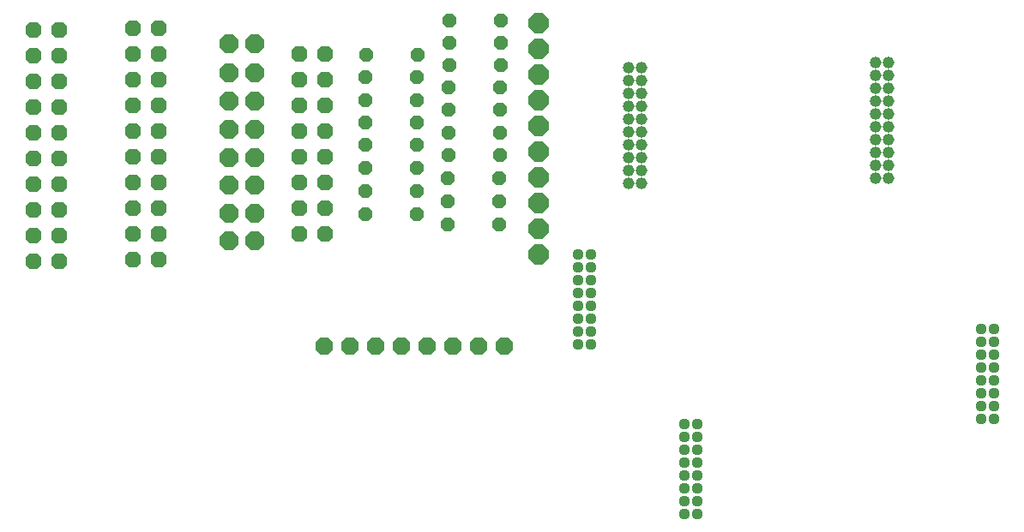
<source format=gbr>
G04 EAGLE Gerber RS-274X export*
G75*
%MOMM*%
%FSLAX34Y34*%
%LPD*%
%INSoldermask Bottom*%
%IPPOS*%
%AMOC8*
5,1,8,0,0,1.08239X$1,22.5*%
G01*
%ADD10C,1.178200*%
%ADD11C,1.117600*%
%ADD12P,1.704548X8X112.500000*%
%ADD13P,2.144431X8X22.500000*%
%ADD14P,1.539592X8X202.500000*%
%ADD15P,1.951982X8X22.500000*%
%ADD16P,1.843527X8X22.500000*%


D10*
X-40894Y683514D03*
X-40894Y670814D03*
X-40894Y658114D03*
X-40894Y645414D03*
X-40894Y632714D03*
X-40894Y620014D03*
X-40894Y607314D03*
X-40894Y594614D03*
X-40894Y581914D03*
X-40894Y569214D03*
X-53594Y569214D03*
X-53594Y581914D03*
X-53594Y594614D03*
X-53594Y607314D03*
X-53594Y620014D03*
X-53594Y632714D03*
X-53594Y645414D03*
X-53594Y658114D03*
X-53594Y670814D03*
X-53594Y683514D03*
X-284734Y678434D03*
X-284734Y665734D03*
X-284734Y653034D03*
X-284734Y640334D03*
X-284734Y627634D03*
X-284734Y614934D03*
X-284734Y602234D03*
X-284734Y589534D03*
X-284734Y576834D03*
X-284734Y564134D03*
X-297434Y564134D03*
X-297434Y576834D03*
X-297434Y589534D03*
X-297434Y602234D03*
X-297434Y614934D03*
X-297434Y627634D03*
X-297434Y640334D03*
X-297434Y653034D03*
X-297434Y665734D03*
X-297434Y678434D03*
D11*
X51054Y331216D03*
X63754Y331216D03*
X51054Y343916D03*
X63754Y343916D03*
X51054Y356616D03*
X63754Y356616D03*
X51054Y369316D03*
X63754Y369316D03*
X51054Y382016D03*
X63754Y382016D03*
X51054Y394716D03*
X63754Y394716D03*
X51054Y407416D03*
X63754Y407416D03*
X51054Y420116D03*
X63754Y420116D03*
D12*
X-786638Y488442D03*
X-761238Y488442D03*
X-786638Y513842D03*
X-761238Y513842D03*
X-786638Y539242D03*
X-761238Y539242D03*
X-786638Y564642D03*
X-761238Y564642D03*
X-786638Y590042D03*
X-761238Y590042D03*
X-786638Y615442D03*
X-761238Y615442D03*
X-786638Y640842D03*
X-761238Y640842D03*
X-786638Y666242D03*
X-761238Y666242D03*
X-786638Y691642D03*
X-761238Y691642D03*
X-786638Y717042D03*
X-761238Y717042D03*
X-885190Y486918D03*
X-859790Y486918D03*
X-885190Y512318D03*
X-859790Y512318D03*
X-885190Y537718D03*
X-859790Y537718D03*
X-885190Y563118D03*
X-859790Y563118D03*
X-885190Y588518D03*
X-859790Y588518D03*
X-885190Y613918D03*
X-859790Y613918D03*
X-885190Y639318D03*
X-859790Y639318D03*
X-885190Y664718D03*
X-859790Y664718D03*
X-885190Y690118D03*
X-859790Y690118D03*
X-885190Y715518D03*
X-859790Y715518D03*
X-596900Y514096D03*
X-622300Y514096D03*
X-596900Y539496D03*
X-622300Y539496D03*
X-596900Y564896D03*
X-622300Y564896D03*
X-596900Y590296D03*
X-622300Y590296D03*
X-596900Y615696D03*
X-622300Y615696D03*
X-596900Y641096D03*
X-622300Y641096D03*
X-596900Y666496D03*
X-622300Y666496D03*
X-596900Y691896D03*
X-622300Y691896D03*
D13*
X-385826Y493268D03*
X-385826Y518668D03*
X-385826Y544068D03*
X-385826Y569468D03*
X-385826Y594868D03*
X-385826Y620268D03*
X-385826Y645668D03*
X-385826Y671068D03*
X-385826Y696468D03*
X-385826Y721868D03*
D11*
X-334264Y404368D03*
X-346964Y404368D03*
X-334264Y417068D03*
X-346964Y417068D03*
X-334264Y429768D03*
X-346964Y429768D03*
X-334264Y442468D03*
X-346964Y442468D03*
X-334264Y455168D03*
X-346964Y455168D03*
X-334264Y467868D03*
X-346964Y467868D03*
X-334264Y480568D03*
X-346964Y480568D03*
X-334264Y493268D03*
X-346964Y493268D03*
X-229362Y237236D03*
X-242062Y237236D03*
X-229362Y249936D03*
X-242062Y249936D03*
X-229362Y262636D03*
X-242062Y262636D03*
X-229362Y275336D03*
X-242062Y275336D03*
X-229362Y288036D03*
X-242062Y288036D03*
X-229362Y300736D03*
X-242062Y300736D03*
X-229362Y313436D03*
X-242062Y313436D03*
X-229362Y326136D03*
X-242062Y326136D03*
D14*
X-424688Y523240D03*
X-475488Y523240D03*
X-424688Y545846D03*
X-475488Y545846D03*
X-424688Y568706D03*
X-475488Y568706D03*
X-424434Y591820D03*
X-475234Y591820D03*
X-424434Y613664D03*
X-475234Y613664D03*
X-423926Y636270D03*
X-474726Y636270D03*
X-423926Y658622D03*
X-474726Y658622D03*
X-423672Y680466D03*
X-474472Y680466D03*
X-506730Y533146D03*
X-557530Y533146D03*
X-506730Y555752D03*
X-557530Y555752D03*
X-506730Y578612D03*
X-557530Y578612D03*
X-506476Y601726D03*
X-557276Y601726D03*
X-506476Y623570D03*
X-557276Y623570D03*
X-505968Y646176D03*
X-556768Y646176D03*
X-505968Y668528D03*
X-556768Y668528D03*
X-505714Y690372D03*
X-556514Y690372D03*
D15*
X-691388Y506730D03*
X-665988Y506730D03*
X-691388Y534416D03*
X-665988Y534416D03*
X-691388Y561848D03*
X-665988Y561848D03*
X-691388Y589280D03*
X-665988Y589280D03*
X-691388Y616966D03*
X-665988Y616966D03*
X-691388Y644906D03*
X-665988Y644906D03*
X-691388Y673100D03*
X-665988Y673100D03*
X-691388Y701548D03*
X-665988Y701548D03*
D14*
X-423672Y702310D03*
X-474472Y702310D03*
X-423672Y724662D03*
X-474472Y724662D03*
D16*
X-597408Y402844D03*
X-572008Y402844D03*
X-546608Y402844D03*
X-521208Y402844D03*
X-495808Y402844D03*
X-470408Y402844D03*
X-445008Y402844D03*
X-419608Y402844D03*
M02*

</source>
